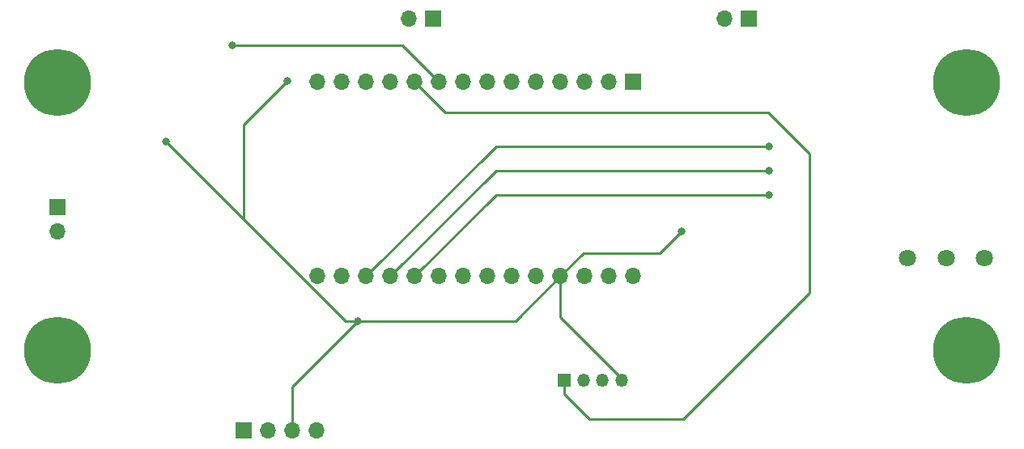
<source format=gbl>
G04 #@! TF.GenerationSoftware,KiCad,Pcbnew,(5.1.10)-1*
G04 #@! TF.CreationDate,2021-12-13T23:40:35+01:00*
G04 #@! TF.ProjectId,BikeCounter,42696b65-436f-4756-9e74-65722e6b6963,rev?*
G04 #@! TF.SameCoordinates,Original*
G04 #@! TF.FileFunction,Copper,L2,Bot*
G04 #@! TF.FilePolarity,Positive*
%FSLAX46Y46*%
G04 Gerber Fmt 4.6, Leading zero omitted, Abs format (unit mm)*
G04 Created by KiCad (PCBNEW (5.1.10)-1) date 2021-12-13 23:40:35*
%MOMM*%
%LPD*%
G01*
G04 APERTURE LIST*
G04 #@! TA.AperFunction,ComponentPad*
%ADD10C,7.000000*%
G04 #@! TD*
G04 #@! TA.AperFunction,ComponentPad*
%ADD11O,1.700000X1.700000*%
G04 #@! TD*
G04 #@! TA.AperFunction,ComponentPad*
%ADD12R,1.700000X1.700000*%
G04 #@! TD*
G04 #@! TA.AperFunction,ComponentPad*
%ADD13R,1.350000X1.350000*%
G04 #@! TD*
G04 #@! TA.AperFunction,ComponentPad*
%ADD14O,1.350000X1.350000*%
G04 #@! TD*
G04 #@! TA.AperFunction,ComponentPad*
%ADD15C,1.800000*%
G04 #@! TD*
G04 #@! TA.AperFunction,ViaPad*
%ADD16C,0.800000*%
G04 #@! TD*
G04 #@! TA.AperFunction,Conductor*
%ADD17C,0.250000*%
G04 #@! TD*
G04 APERTURE END LIST*
D10*
X191264000Y-75026000D03*
X191264000Y-103026000D03*
X96264000Y-103026000D03*
X96264000Y-75026000D03*
D11*
X156464000Y-95250000D03*
X151384000Y-95250000D03*
X136144000Y-95250000D03*
X153924000Y-95250000D03*
X131064000Y-95250000D03*
X128524000Y-95250000D03*
X148844000Y-95250000D03*
X123444000Y-95250000D03*
X125984000Y-95250000D03*
X138684000Y-95250000D03*
X141224000Y-95250000D03*
X143764000Y-95250000D03*
X146304000Y-95250000D03*
X133604000Y-95250000D03*
D12*
X156464000Y-74930000D03*
D11*
X133604000Y-74930000D03*
X146304000Y-74930000D03*
X128524000Y-74930000D03*
X131064000Y-74930000D03*
X153924000Y-74930000D03*
X136144000Y-74930000D03*
X143764000Y-74930000D03*
X125984000Y-74930000D03*
X123444000Y-74930000D03*
X148844000Y-74930000D03*
X151384000Y-74930000D03*
X141224000Y-74930000D03*
X138684000Y-74930000D03*
D13*
X149225000Y-106172000D03*
D14*
X151225000Y-106172000D03*
X153225000Y-106172000D03*
X155225000Y-106172000D03*
D11*
X132969000Y-68326000D03*
D12*
X135509000Y-68326000D03*
D15*
X185167000Y-93345000D03*
X189167000Y-93345000D03*
X193167000Y-93345000D03*
D11*
X165989000Y-68326000D03*
D12*
X168529000Y-68326000D03*
D11*
X96264000Y-90566000D03*
D12*
X96264000Y-88026000D03*
X115697000Y-111379000D03*
D11*
X118237000Y-111379000D03*
X120777000Y-111379000D03*
X123317000Y-111379000D03*
D16*
X170688000Y-84201000D03*
X170688000Y-81661000D03*
X161544000Y-90551000D03*
X127635000Y-99949000D03*
X107607998Y-81153000D03*
X120269000Y-74803000D03*
X170688000Y-86741000D03*
X114554000Y-71120000D03*
D17*
X142113000Y-84201000D02*
X131064000Y-95250000D01*
X170688000Y-84201000D02*
X142113000Y-84201000D01*
X142113000Y-81661000D02*
X128524000Y-95250000D01*
X170688000Y-81661000D02*
X142113000Y-81661000D01*
X120777000Y-106807000D02*
X120777000Y-111379000D01*
X127635000Y-99949000D02*
X127635000Y-99949000D01*
X144145000Y-99949000D02*
X127635000Y-99949000D01*
X148844000Y-95250000D02*
X144145000Y-99949000D01*
X159258000Y-92837000D02*
X161544000Y-90551000D01*
X151257000Y-92837000D02*
X159258000Y-92837000D01*
X148844000Y-95250000D02*
X151257000Y-92837000D01*
X161544000Y-90551000D02*
X161544000Y-90551000D01*
X127635000Y-99949000D02*
X120777000Y-106807000D01*
X127635000Y-99949000D02*
X126403998Y-99949000D01*
X107607998Y-81153000D02*
X107607998Y-81153000D01*
X115716499Y-89261501D02*
X115716499Y-79355501D01*
X126403998Y-99949000D02*
X115716499Y-89261501D01*
X115716499Y-89261501D02*
X107607998Y-81153000D01*
X115716499Y-79355501D02*
X120269000Y-74803000D01*
X120269000Y-74803000D02*
X120269000Y-74803000D01*
X155225000Y-105949000D02*
X155225000Y-106172000D01*
X148844000Y-99568000D02*
X155225000Y-105949000D01*
X148844000Y-95250000D02*
X148844000Y-99568000D01*
X142113000Y-86741000D02*
X133604000Y-95250000D01*
X170688000Y-86741000D02*
X142113000Y-86741000D01*
X170561000Y-78105000D02*
X136779000Y-78105000D01*
X174879000Y-82423000D02*
X170561000Y-78105000D01*
X174879000Y-97028000D02*
X174879000Y-82423000D01*
X161671000Y-110236000D02*
X174879000Y-97028000D01*
X151892000Y-110236000D02*
X161671000Y-110236000D01*
X149225000Y-107569000D02*
X151892000Y-110236000D01*
X136779000Y-78105000D02*
X133604000Y-74930000D01*
X149225000Y-106172000D02*
X149225000Y-107569000D01*
X132334000Y-71120000D02*
X136144000Y-74930000D01*
X114554000Y-71120000D02*
X132334000Y-71120000D01*
M02*

</source>
